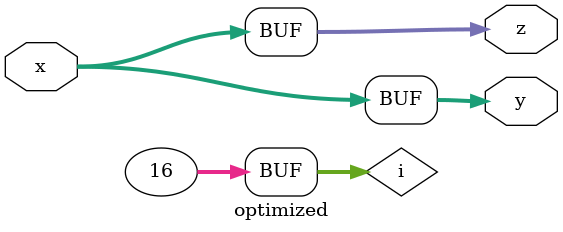
<source format=v>
module optimized
#(parameter    W = 16)
(
    input [W-1:0] x,
    output reg [W-1:0] y,
    output reg [W-1:0] z
);
    integer i;
    always @ (x) begin
        for(i = 0; i < W; i++) begin
             y[i] = x[i];
             z[i] = x[i];
        end
    end
endmodule

</source>
